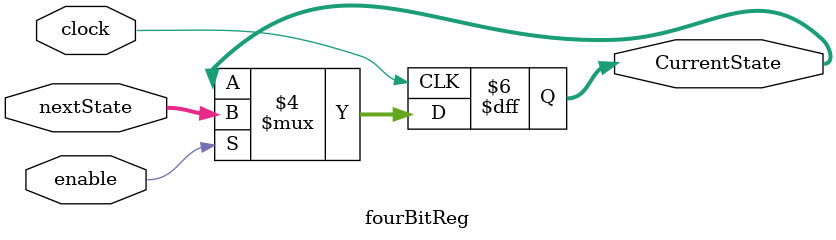
<source format=sv>

/****************************************************************************
 * fourBitReg.sv
 ****************************************************************************/

  
/**
 * Module: fourBitReg
 * 
 * TODO: Add module documentation
 */
module fourBitReg(input clock,input enable,input [3:0] nextState,output reg [3:0] CurrentState);
	initial
	begin
		CurrentState = 4;
	end
	
always_ff @(posedge clock)
begin
	if(enable)
	begin
	CurrentState<=nextState;
	end
	else
	begin 
	CurrentState=CurrentState;
	end
	
	
end

endmodule



</source>
